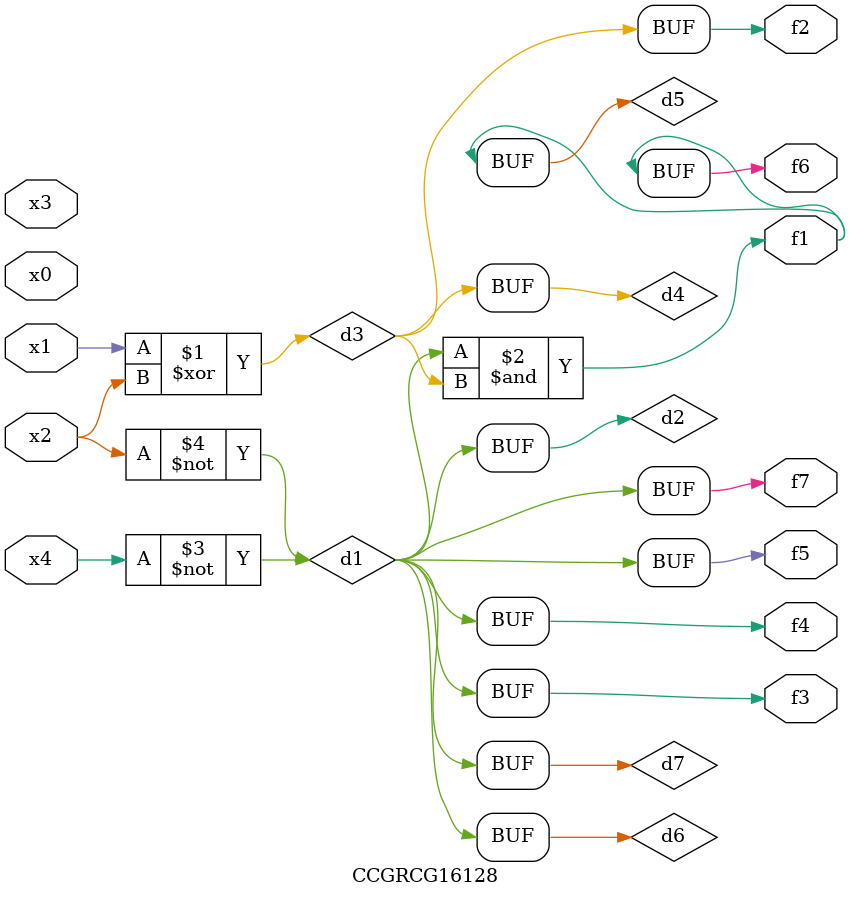
<source format=v>
module CCGRCG16128(
	input x0, x1, x2, x3, x4,
	output f1, f2, f3, f4, f5, f6, f7
);

	wire d1, d2, d3, d4, d5, d6, d7;

	not (d1, x4);
	not (d2, x2);
	xor (d3, x1, x2);
	buf (d4, d3);
	and (d5, d1, d3);
	buf (d6, d1, d2);
	buf (d7, d2);
	assign f1 = d5;
	assign f2 = d4;
	assign f3 = d7;
	assign f4 = d7;
	assign f5 = d7;
	assign f6 = d5;
	assign f7 = d7;
endmodule

</source>
